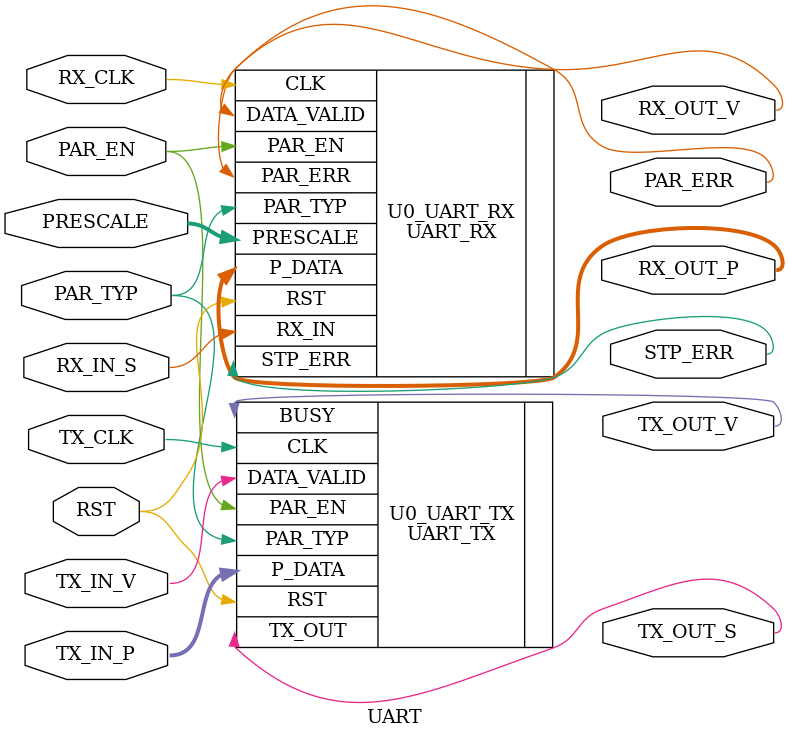
<source format=v>

module UART # (
    parameter DATA_WIDTH = 8
)(
    input   wire                          RST,
    input   wire                          TX_CLK,
    input   wire                          RX_CLK,
    input   wire                          RX_IN_S,
    input   wire   [DATA_WIDTH - 1 : 0]   TX_IN_P, 
    input   wire                          TX_IN_V, 
    input   wire   [5 : 0]                PRESCALE, 
    input   wire                          PAR_EN,
    input   wire                          PAR_TYP,
    output  wire   [DATA_WIDTH - 1 : 0]   RX_OUT_P, 
    output  wire                          RX_OUT_V,
    output  wire                          TX_OUT_S,
    output  wire                          TX_OUT_V,  
    output  wire                          PAR_ERR,
    output  wire                          STP_ERR
);


UART_TX U0_UART_TX (
.CLK(TX_CLK),
.RST(RST),
.P_DATA(TX_IN_P),
.DATA_VALID(TX_IN_V),
.PAR_EN(PAR_EN),
.PAR_TYP(PAR_TYP), 
.TX_OUT(TX_OUT_S),
.BUSY(TX_OUT_V)
);

  /*
UART_TX U0_UART_TX (
.CLK(TX_CLK),
.RST(RST),
.P_DATA(TX_IN_P),
.Data_Valid(TX_IN_V),
.parity_enable(PAR_EN),
.parity_type(PAR_TYP), 
.TX_OUT(TX_OUT_S),
.busy(TX_OUT_V)
);
 */
UART_RX U0_UART_RX (
.CLK(RX_CLK),
.RST(RST),
.RX_IN(RX_IN_S),
.PRESCALE(PRESCALE),
.PAR_EN(PAR_EN),
.PAR_TYP(PAR_TYP),
.P_DATA(RX_OUT_P), 
.DATA_VALID(RX_OUT_V),
.PAR_ERR(PAR_ERR),
.STP_ERR(STP_ERR)
);
 



endmodule
 

</source>
